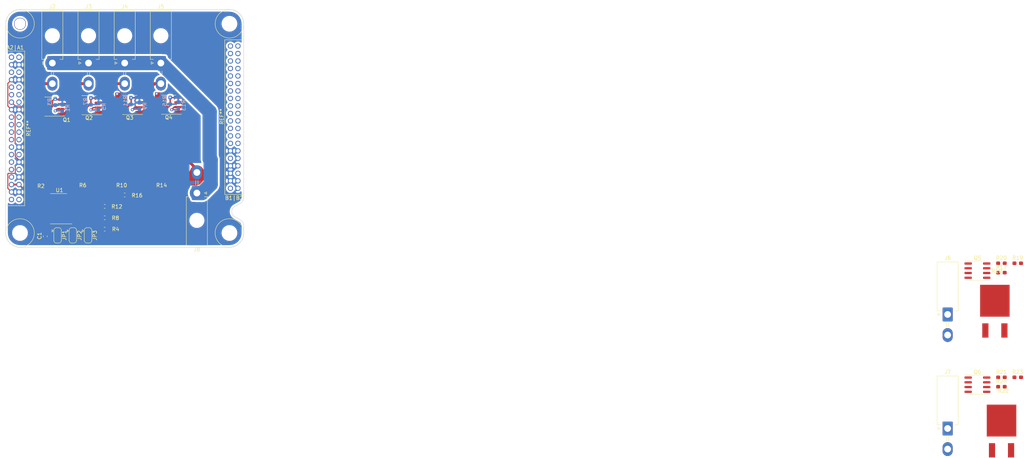
<source format=kicad_pcb>
(kicad_pcb (version 20171130) (host pcbnew 5.1.6-c6e7f7d~86~ubuntu20.04.1)
  (layers (0 F.Cu signal) (31 B.Cu signal) (34 B.Paste user) (35 F.Paste user) (36 B.SilkS user) (37 F.SilkS user) (38 B.Mask user) (39 F.Mask user) (44 Edge.Cuts user))
  (net 0 "")
  (net 1 GND)
  (net 2 "Net-(J1-PadB18)")
  (net 3 /CAS_bus/SPIHS_SCK)
  (net 4 "Net-(J1-PadB31)")
  (net 5 /CAS_bus/SPIHS_MISO)
  (net 6 "Net-(J1-PadB35)")
  (net 7 "Net-(J1-PadB20)")
  (net 8 "Net-(J1-PadB39)")
  (net 9 /CAS_bus/SPIHS_nSS2)
  (net 10 "Net-(J1-PadB15)")
  (net 11 "Net-(J1-PadB23)")
  (net 12 "Net-(J1-PadB27)")
  (net 13 "Net-(J1-PadB22)")
  (net 14 "Net-(J1-PadB32)")
  (net 15 "Net-(J1-PadB33)")
  (net 16 "Net-(J1-PadB24)")
  (net 17 "Net-(J1-PadB34)")
  (net 18 "Net-(J1-PadB25)")
  (net 19 /CAS_bus/SPIHS_nSS1)
  (net 20 /CAS_bus/SPIHS_MOSI)
  (net 21 "Net-(J1-PadB16)")
  (net 22 "Net-(J1-PadB26)")
  (net 23 "Net-(J1-PadB19)")
  (net 24 "Net-(J1-PadB29)")
  (net 25 "Net-(J1-PadB37)")
  (net 26 "Net-(J1-PadB30)")
  (net 27 "Net-(J1-PadB36)")
  (net 28 "Net-(J1-PadB38)")
  (net 29 "Net-(J1-PadB17)")
  (net 30 "Net-(J1-PadB21)")
  (net 31 "Net-(J1-PadB40)")
  (net 32 "Net-(J1-PadB28)")
  (net 33 /CAS_bus/I2C1_SDA)
  (net 34 /CAS_bus/INT1)
  (net 35 /CAS_bus/SPI0_MOSI)
  (net 36 +5V)
  (net 37 /CAS_bus/INT6)
  (net 38 +3V3)
  (net 39 /CAS_bus/INT8)
  (net 40 /CAS_bus/INT4)
  (net 41 +BATT)
  (net 42 /CAS_bus/I2C0_SDA)
  (net 43 /CAS_bus/INT2)
  (net 44 /CAS_bus/SPI0_SCK)
  (net 45 /CAS_bus/SPI0_MISO)
  (net 46 /CAS_bus/SPI0_nSS2)
  (net 47 /CAS_bus/SPI0_nSS7)
  (net 48 /CAS_bus/SPI0_nSS3)
  (net 49 /CAS_bus/SPI0_nSS8)
  (net 50 /CAS_bus/I2C0_SCL)
  (net 51 /CAS_bus/INT3)
  (net 52 /CAS_bus/SPI0_nSS4)
  (net 53 /CAS_bus/INT7)
  (net 54 /CAS_bus/SPI0_nSS6)
  (net 55 /CAS_bus/I2C1_SCL)
  (net 56 /CAS_bus/INT5)
  (net 57 /CAS_bus/SPI0_nSS1)
  (net 58 /CAS_bus/SPI0_nSS5)
  (net 59 "Net-(J2-Pad2)")
  (net 60 "Net-(J3-Pad2)")
  (net 61 "Net-(J4-Pad2)")
  (net 62 "Net-(J5-Pad2)")
  (net 63 "Net-(J6-Pad2)")
  (net 64 "Net-(J7-Pad2)")
  (net 65 "Net-(Q1-Pad4)")
  (net 66 "Net-(Q2-Pad4)")
  (net 67 "Net-(Q3-Pad4)")
  (net 68 "Net-(Q4-Pad4)")
  (net 69 "Net-(Q5-Pad4)")
  (net 70 "Net-(Q6-Pad4)")
  (net 71 "Net-(U1-Pad20)")
  (net 72 "Net-(U1-Pad19)")
  (net 73 "Net-(U1-Pad18)")
  (net 74 "Net-(U1-Pad17)")
  (net 75 "Net-(U1-Pad1)")
  (net 76 /A0)
  (net 77 /A1)
  (net 78 /A2)
  (net 79 /~contA~)
  (net 80 /igniteA)
  (net 81 /~contB~)
  (net 82 /igniteB)
  (net 83 /~contC~)
  (net 84 /igniteC)
  (net 85 /~contD~)
  (net 86 /igniteD)
  (net 87 /~contE~)
  (net 88 /igniteE)
  (net 89 /~igniteF~)
  (net 90 /igniteF)
  (module Package_SO:TSSOP-24_4.4x7.8mm_P0.65mm (layer F.Cu) (at 66.167 96.393 180)
    (fp_text reference U1 (at -0.254 4.953) (layer F.SilkS))
    (fp_text value TCA9555PWR)
    (pad 24 smd roundrect (at 2.8625 -3.575 180) (size 1.475 0.4) (layers F.Cu F.Paste F.Mask) (net 38 +3V3))
    (pad 23 smd roundrect (at 2.8625 -2.925 180) (size 1.475 0.4) (layers F.Cu F.Paste F.Mask) (net 42 /CAS_bus/I2C0_SDA))
    (pad 22 smd roundrect (at 2.8625 -2.275 180) (size 1.475 0.4) (layers F.Cu F.Paste F.Mask) (net 50 /CAS_bus/I2C0_SCL))
    (pad 21 smd roundrect (at 2.8625 -1.625 180) (size 1.475 0.4) (layers F.Cu F.Paste F.Mask) (net 76 /A0))
    (pad 20 smd roundrect (at 2.8625 -0.975 180) (size 1.475 0.4) (layers F.Cu F.Paste F.Mask) (net 71 "Net-(U1-Pad20)"))
    (pad 19 smd roundrect (at 2.8625 -0.325 180) (size 1.475 0.4) (layers F.Cu F.Paste F.Mask) (net 72 "Net-(U1-Pad19)"))
    (pad 18 smd roundrect (at 2.8625 0.325 180) (size 1.475 0.4) (layers F.Cu F.Paste F.Mask) (net 73 "Net-(U1-Pad18)"))
    (pad 17 smd roundrect (at 2.8625 0.975 180) (size 1.475 0.4) (layers F.Cu F.Paste F.Mask) (net 74 "Net-(U1-Pad17)"))
    (pad 16 smd roundrect (at 2.8625 1.625 180) (size 1.475 0.4) (layers F.Cu F.Paste F.Mask) (net 89 /~igniteF~))
    (pad 15 smd roundrect (at 2.8625 2.275 180) (size 1.475 0.4) (layers F.Cu F.Paste F.Mask) (net 90 /igniteF))
    (pad 14 smd roundrect (at 2.8625 2.925 180) (size 1.475 0.4) (layers F.Cu F.Paste F.Mask) (net 87 /~contE~))
    (pad 13 smd roundrect (at 2.8625 3.575 180) (size 1.475 0.4) (layers F.Cu F.Paste F.Mask) (net 88 /igniteE))
    (pad 12 smd roundrect (at -2.8625 3.575 180) (size 1.475 0.4) (layers F.Cu F.Paste F.Mask) (net 1 GND))
    (pad 11 smd roundrect (at -2.8625 2.925 180) (size 1.475 0.4) (layers F.Cu F.Paste F.Mask) (net 85 /~contD~))
    (pad 10 smd roundrect (at -2.8625 2.275 180) (size 1.475 0.4) (layers F.Cu F.Paste F.Mask) (net 86 /igniteD))
    (pad 9 smd roundrect (at -2.8625 1.625 180) (size 1.475 0.4) (layers F.Cu F.Paste F.Mask) (net 83 /~contC~))
    (pad 8 smd roundrect (at -2.8625 0.975 180) (size 1.475 0.4) (layers F.Cu F.Paste F.Mask) (net 84 /igniteC))
    (pad 7 smd roundrect (at -2.8625 0.325 180) (size 1.475 0.4) (layers F.Cu F.Paste F.Mask) (net 81 /~contB~))
    (pad 6 smd roundrect (at -2.8625 -0.325 180) (size 1.475 0.4) (layers F.Cu F.Paste F.Mask) (net 82 /igniteB))
    (pad 5 smd roundrect (at -2.8625 -0.975 180) (size 1.475 0.4) (layers F.Cu F.Paste F.Mask) (net 79 /~contA~))
    (pad 4 smd roundrect (at -2.8625 -1.625 180) (size 1.475 0.4) (layers F.Cu F.Paste F.Mask) (net 80 /igniteA))
    (pad 3 smd roundrect (at -2.8625 -2.275 180) (size 1.475 0.4) (layers F.Cu F.Paste F.Mask) (net 78 /A2))
    (pad 2 smd roundrect (at -2.8625 -2.925 180) (size 1.475 0.4) (layers F.Cu F.Paste F.Mask) (net 77 /A1))
    (pad 1 smd roundrect (at -2.8625 -3.575 180) (size 1.475 0.4) (layers F.Cu F.Paste F.Mask) (net 75 "Net-(U1-Pad1)"))
  )
  (module star-common-lib:CAS_physical (layer F.Cu) (at 52.07 43.18)
    (fp_text reference J1 hide)
    (fp_text value CAS_stacking)
    (fp_line (start 61.11875 55.349816) (end 62.581693 56.194446) (layer Edge.Cuts) (width 0.12))
    (fp_line (start 61.118751 52.600185) (end 62.581694 51.755555) (layer Edge.Cuts) (width 0.12))
    (fp_line (start 63.5 57.785) (end 63.5 59.69) (layer Edge.Cuts) (width 0.12))
    (fp_line (start 0 59.69) (end 0 3.81) (layer Edge.Cuts) (width 0.12))
    (fp_line (start 59.69 63.5) (end 3.81 63.5) (layer Edge.Cuts) (width 0.12))
    (fp_line (start 63.5 3.81) (end 63.5 50.165) (layer Edge.Cuts) (width 0.12))
    (fp_line (start 3.81 0) (end 59.69 0) (layer Edge.Cuts) (width 0.12))
    (fp_arc (start 61.9125 53.975) (end 61.118751 52.600185) (angle -120) (layer Edge.Cuts) (width 0.12))
    (fp_arc (start 61.663387 57.785) (end 63.5 57.785) (angle -60) (layer Edge.Cuts) (width 0.12))
    (fp_arc (start 61.663386 50.165) (end 62.581693 51.755554) (angle -60) (layer Edge.Cuts) (width 0.12))
    (fp_text user B1|B2 (at 60.96 50.34) (layer F.SilkS))
    (fp_text user A2|A1 (at 2.54 10.16) (layer F.SilkS))
    (fp_arc (start 3.81 59.69) (end 0 59.69) (angle -90) (layer Edge.Cuts) (width 0.12))
    (fp_arc (start 59.69 59.69) (end 59.69 63.5) (angle -90) (layer Edge.Cuts) (width 0.12))
    (fp_arc (start 59.69 3.81) (end 63.5 3.81) (angle -90) (layer Edge.Cuts) (width 0.12))
    (fp_arc (start 3.81 3.81) (end 3.81 0) (angle -90) (layer Edge.Cuts) (width 0.12))
    (fp_text user REF** (at 57.658 28.575 270) (layer F.SilkS))
    (fp_text user REF** (at 6.096 31.75 90) (layer F.SilkS))
    (pad "" np_thru_hole circle (at 59.69 3.81) (size 3.175 3.175) (drill 3.175) (layers *.Cu *.Mask))
    (pad "" np_thru_hole circle (at 59.69 59.69) (size 3.175 3.175) (drill 3.175) (layers *.Cu *.Mask))
    (pad "" np_thru_hole circle (at 3.81 59.69) (size 3.175 3.175) (drill 3.175) (layers *.Cu *.Mask))
    (pad "" np_thru_hole circle (at 3.81 3.81) (size 3.175 3.175) (drill 2.9464) (layers *.Cu *.Mask))
    (pad B8 thru_hole circle (at 61.96 41.75 270) (size 1.397 1.397) (drill 0.9144) (layers *.Cu *.Mask) (net 1 GND))
    (pad B18 thru_hole circle (at 61.96 31.75 270) (size 1.397 1.397) (drill 0.9144) (layers *.Cu *.Mask) (net 2 "Net-(J1-PadB18)"))
    (pad B1 thru_hole circle (at 59.96 47.75 270) (size 1.397 1.397) (drill 0.9144) (layers *.Cu *.Mask) (net 3 /CAS_bus/SPIHS_SCK))
    (pad B31 thru_hole circle (at 59.96 17.75 270) (size 1.397 1.397) (drill 0.9144) (layers *.Cu *.Mask) (net 4 "Net-(J1-PadB31)"))
    (pad B6 thru_hole circle (at 61.96 43.75 270) (size 1.397 1.397) (drill 0.9144) (layers *.Cu *.Mask) (net 5 /CAS_bus/SPIHS_MISO))
    (pad B3 thru_hole circle (at 59.96 45.75 270) (size 1.397 1.397) (drill 0.9144) (layers *.Cu *.Mask) (net 1 GND))
    (pad B12 thru_hole circle (at 61.96 37.75 270) (size 1.397 1.397) (drill 0.9144) (layers *.Cu *.Mask) (net 1 GND))
    (pad B35 thru_hole circle (at 59.96 13.7501 270) (size 1.397 1.397) (drill 0.9144) (layers *.Cu *.Mask) (net 6 "Net-(J1-PadB35)"))
    (pad B4 thru_hole circle (at 61.96 45.75 270) (size 1.397 1.397) (drill 0.9144) (layers *.Cu *.Mask) (net 1 GND))
    (pad B20 thru_hole circle (at 61.96 29.75 270) (size 1.397 1.397) (drill 0.9144) (layers *.Cu *.Mask) (net 7 "Net-(J1-PadB20)"))
    (pad B7 thru_hole circle (at 59.96 41.75 270) (size 1.397 1.397) (drill 0.9144) (layers *.Cu *.Mask) (net 1 GND))
    (pad B10 thru_hole circle (at 61.96 39.75 270) (size 1.397 1.397) (drill 0.9144) (layers *.Cu *.Mask) (net 1 GND))
    (pad B39 thru_hole circle (at 59.96 9.7501 270) (size 1.397 1.397) (drill 0.9144) (layers *.Cu *.Mask) (net 8 "Net-(J1-PadB39)"))
    (pad B14 thru_hole circle (at 61.96 35.75 270) (size 1.397 1.397) (drill 0.9144) (layers *.Cu *.Mask) (net 9 /CAS_bus/SPIHS_nSS2))
    (pad B15 thru_hole circle (at 59.96 33.75 270) (size 1.397 1.397) (drill 0.9144) (layers *.Cu *.Mask) (net 10 "Net-(J1-PadB15)"))
    (pad B2 thru_hole circle (at 61.96 47.75 270) (size 1.397 1.397) (drill 0.9144) (layers *.Cu *.Mask) (net 1 GND))
    (pad B23 thru_hole circle (at 59.96 25.75 270) (size 1.397 1.397) (drill 0.9144) (layers *.Cu *.Mask) (net 11 "Net-(J1-PadB23)"))
    (pad B27 thru_hole circle (at 59.96 21.75 270) (size 1.397 1.397) (drill 0.9144) (layers *.Cu *.Mask) (net 12 "Net-(J1-PadB27)"))
    (pad B22 thru_hole circle (at 61.96 27.75 270) (size 1.397 1.397) (drill 0.9144) (layers *.Cu *.Mask) (net 13 "Net-(J1-PadB22)"))
    (pad B32 thru_hole circle (at 61.96 17.75 270) (size 1.397 1.397) (drill 0.9144) (layers *.Cu *.Mask) (net 14 "Net-(J1-PadB32)"))
    (pad B33 thru_hole circle (at 59.96 15.7501 270) (size 1.397 1.397) (drill 0.9144) (layers *.Cu *.Mask) (net 15 "Net-(J1-PadB33)"))
    (pad B24 thru_hole circle (at 61.96 25.75 270) (size 1.397 1.397) (drill 0.9144) (layers *.Cu *.Mask) (net 16 "Net-(J1-PadB24)"))
    (pad B34 thru_hole circle (at 61.96 15.7501 270) (size 1.397 1.397) (drill 0.9144) (layers *.Cu *.Mask) (net 17 "Net-(J1-PadB34)"))
    (pad B25 thru_hole circle (at 59.96 23.75 270) (size 1.397 1.397) (drill 0.9144) (layers *.Cu *.Mask) (net 18 "Net-(J1-PadB25)"))
    (pad B13 thru_hole circle (at 59.96 35.75 270) (size 1.397 1.397) (drill 0.9144) (layers *.Cu *.Mask) (net 19 /CAS_bus/SPIHS_nSS1))
    (pad B9 thru_hole circle (at 59.96 39.75 270) (size 1.397 1.397) (drill 0.9144) (layers *.Cu *.Mask) (net 20 /CAS_bus/SPIHS_MOSI))
    (pad B16 thru_hole circle (at 61.96 33.75 270) (size 1.397 1.397) (drill 0.9144) (layers *.Cu *.Mask) (net 21 "Net-(J1-PadB16)"))
    (pad B26 thru_hole circle (at 61.96 23.75 270) (size 1.397 1.397) (drill 0.9144) (layers *.Cu *.Mask) (net 22 "Net-(J1-PadB26)"))
    (pad B19 thru_hole circle (at 59.96 29.75 270) (size 1.397 1.397) (drill 0.9144) (layers *.Cu *.Mask) (net 23 "Net-(J1-PadB19)"))
    (pad B29 thru_hole circle (at 59.96 19.75 270) (size 1.397 1.397) (drill 0.9144) (layers *.Cu *.Mask) (net 24 "Net-(J1-PadB29)"))
    (pad B37 thru_hole circle (at 59.96 11.7501 270) (size 1.397 1.397) (drill 0.9144) (layers *.Cu *.Mask) (net 25 "Net-(J1-PadB37)"))
    (pad B30 thru_hole circle (at 61.96 19.75 270) (size 1.397 1.397) (drill 0.9144) (layers *.Cu *.Mask) (net 26 "Net-(J1-PadB30)"))
    (pad B36 thru_hole circle (at 61.96 13.7501 270) (size 1.397 1.397) (drill 0.9144) (layers *.Cu *.Mask) (net 27 "Net-(J1-PadB36)"))
    (pad B38 thru_hole circle (at 61.96 11.7501 270) (size 1.397 1.397) (drill 0.9144) (layers *.Cu *.Mask) (net 28 "Net-(J1-PadB38)"))
    (pad B17 thru_hole circle (at 59.96 31.75 270) (size 1.397 1.397) (drill 0.9144) (layers *.Cu *.Mask) (net 29 "Net-(J1-PadB17)"))
    (pad B5 thru_hole circle (at 59.96 43.75 270) (size 1.397 1.397) (drill 0.9144) (layers *.Cu *.Mask) (net 1 GND))
    (pad B11 thru_hole circle (at 59.96 37.75 270) (size 1.397 1.397) (drill 0.9144) (layers *.Cu *.Mask) (net 1 GND))
    (pad B21 thru_hole circle (at 59.96 27.75 270) (size 1.397 1.397) (drill 0.9144) (layers *.Cu *.Mask) (net 30 "Net-(J1-PadB21)"))
    (pad B40 thru_hole circle (at 61.96 9.7501 270) (size 1.397 1.397) (drill 0.9144) (layers *.Cu *.Mask) (net 31 "Net-(J1-PadB40)"))
    (pad B28 thru_hole circle (at 61.96 21.75 270) (size 1.397 1.397) (drill 0.9144) (layers *.Cu *.Mask) (net 32 "Net-(J1-PadB28)"))
    (pad A8 thru_hole circle (at 1.54 18.75 90) (size 1.397 1.397) (drill 0.9144) (layers *.Cu *.Mask) (net 1 GND))
    (pad A18 thru_hole circle (at 1.54 28.75 90) (size 1.397 1.397) (drill 0.9144) (layers *.Cu *.Mask) (net 33 /CAS_bus/I2C1_SDA))
    (pad A1 thru_hole circle (at 3.54 12.75 90) (size 1.397 1.397) (drill 0.9144) (layers *.Cu *.Mask) (net 34 /CAS_bus/INT1))
    (pad A31 thru_hole circle (at 3.54 42.75 90) (size 1.397 1.397) (drill 0.9144) (layers *.Cu *.Mask) (net 35 /CAS_bus/SPI0_MOSI))
    (pad A6 thru_hole circle (at 1.54 16.75 90) (size 1.397 1.397) (drill 0.9144) (layers *.Cu *.Mask) (net 36 +5V))
    (pad A3 thru_hole circle (at 3.54 14.75 90) (size 1.397 1.397) (drill 0.9144) (layers *.Cu *.Mask) (net 1 GND))
    (pad A12 thru_hole circle (at 1.54 22.75 90) (size 1.397 1.397) (drill 0.9144) (layers *.Cu *.Mask) (net 37 /CAS_bus/INT6))
    (pad A35 thru_hole circle (at 3.54 46.7499 90) (size 1.397 1.397) (drill 0.9144) (layers *.Cu *.Mask) (net 38 +3V3))
    (pad A4 thru_hole circle (at 1.54 14.75 90) (size 1.397 1.397) (drill 0.9144) (layers *.Cu *.Mask) (net 1 GND))
    (pad A20 thru_hole circle (at 1.54 30.75 90) (size 1.397 1.397) (drill 0.9144) (layers *.Cu *.Mask) (net 39 /CAS_bus/INT8))
    (pad A7 thru_hole circle (at 3.54 18.75 90) (size 1.397 1.397) (drill 0.9144) (layers *.Cu *.Mask) (net 1 GND))
    (pad A10 thru_hole circle (at 1.54 20.75 90) (size 1.397 1.397) (drill 0.9144) (layers *.Cu *.Mask) (net 40 /CAS_bus/INT4))
    (pad A39 thru_hole circle (at 3.54 50.7499 90) (size 1.397 1.397) (drill 0.9144) (layers *.Cu *.Mask) (net 41 +BATT))
    (pad A14 thru_hole circle (at 1.54 24.75 90) (size 1.397 1.397) (drill 0.9144) (layers *.Cu *.Mask) (net 42 /CAS_bus/I2C0_SDA))
    (pad A15 thru_hole circle (at 3.54 26.75 90) (size 1.397 1.397) (drill 0.9144) (layers *.Cu *.Mask) (net 1 GND))
    (pad A2 thru_hole circle (at 1.54 12.75 90) (size 1.397 1.397) (drill 0.9144) (layers *.Cu *.Mask) (net 43 /CAS_bus/INT2))
    (pad A23 thru_hole circle (at 3.54 34.75 90) (size 1.397 1.397) (drill 0.9144) (layers *.Cu *.Mask) (net 44 /CAS_bus/SPI0_SCK))
    (pad A27 thru_hole circle (at 3.54 38.75 90) (size 1.397 1.397) (drill 0.9144) (layers *.Cu *.Mask) (net 45 /CAS_bus/SPI0_MISO))
    (pad A22 thru_hole circle (at 1.54 32.75 90) (size 1.397 1.397) (drill 0.9144) (layers *.Cu *.Mask) (net 46 /CAS_bus/SPI0_nSS2))
    (pad A32 thru_hole circle (at 1.54 42.75 90) (size 1.397 1.397) (drill 0.9144) (layers *.Cu *.Mask) (net 47 /CAS_bus/SPI0_nSS7))
    (pad A33 thru_hole circle (at 3.54 44.7499 90) (size 1.397 1.397) (drill 0.9144) (layers *.Cu *.Mask) (net 1 GND))
    (pad A24 thru_hole circle (at 1.54 34.75 90) (size 1.397 1.397) (drill 0.9144) (layers *.Cu *.Mask) (net 48 /CAS_bus/SPI0_nSS3))
    (pad A34 thru_hole circle (at 1.54 44.7499 90) (size 1.397 1.397) (drill 0.9144) (layers *.Cu *.Mask) (net 49 /CAS_bus/SPI0_nSS8))
    (pad A25 thru_hole circle (at 3.54 36.75 90) (size 1.397 1.397) (drill 0.9144) (layers *.Cu *.Mask) (net 1 GND))
    (pad A13 thru_hole circle (at 3.54 24.75 90) (size 1.397 1.397) (drill 0.9144) (layers *.Cu *.Mask) (net 50 /CAS_bus/I2C0_SCL))
    (pad A9 thru_hole circle (at 3.54 20.75 90) (size 1.397 1.397) (drill 0.9144) (layers *.Cu *.Mask) (net 51 /CAS_bus/INT3))
    (pad A16 thru_hole circle (at 1.54 26.75 90) (size 1.397 1.397) (drill 0.9144) (layers *.Cu *.Mask) (net 1 GND))
    (pad A26 thru_hole circle (at 1.54 36.75 90) (size 1.397 1.397) (drill 0.9144) (layers *.Cu *.Mask) (net 52 /CAS_bus/SPI0_nSS4))
    (pad A19 thru_hole circle (at 3.54 30.75 90) (size 1.397 1.397) (drill 0.9144) (layers *.Cu *.Mask) (net 53 /CAS_bus/INT7))
    (pad A29 thru_hole circle (at 3.54 40.75 90) (size 1.397 1.397) (drill 0.9144) (layers *.Cu *.Mask) (net 1 GND))
    (pad A37 thru_hole circle (at 3.54 48.7499 90) (size 1.397 1.397) (drill 0.9144) (layers *.Cu *.Mask) (net 1 GND))
    (pad A30 thru_hole circle (at 1.54 40.75 90) (size 1.397 1.397) (drill 0.9144) (layers *.Cu *.Mask) (net 54 /CAS_bus/SPI0_nSS6))
    (pad A36 thru_hole circle (at 1.54 46.7499 90) (size 1.397 1.397) (drill 0.9144) (layers *.Cu *.Mask) (net 38 +3V3))
    (pad A38 thru_hole circle (at 1.54 48.7499 90) (size 1.397 1.397) (drill 0.9144) (layers *.Cu *.Mask) (net 1 GND))
    (pad A17 thru_hole circle (at 3.54 28.75 90) (size 1.397 1.397) (drill 0.9144) (layers *.Cu *.Mask) (net 55 /CAS_bus/I2C1_SCL))
    (pad A5 thru_hole circle (at 3.54 16.75 90) (size 1.397 1.397) (drill 0.9144) (layers *.Cu *.Mask) (net 36 +5V))
    (pad A11 thru_hole circle (at 3.54 22.75 90) (size 1.397 1.397) (drill 0.9144) (layers *.Cu *.Mask) (net 56 /CAS_bus/INT5))
    (pad A21 thru_hole circle (at 3.54 32.75 90) (size 1.397 1.397) (drill 0.9144) (layers *.Cu *.Mask) (net 57 /CAS_bus/SPI0_nSS1))
    (pad A40 thru_hole circle (at 1.54 50.7499 90) (size 1.397 1.397) (drill 0.9144) (layers *.Cu *.Mask) (net 41 +BATT))
    (pad A28 thru_hole circle (at 1.54 38.75 90) (size 1.397 1.397) (drill 0.9144) (layers *.Cu *.Mask) (net 58 /CAS_bus/SPI0_nSS5))
  )
  (module Resistor_SMD:R_0603_1608Metric_Pad1.05x0.95mm_HandSolder (layer F.Cu) (at 83.82 92.71 180)
    (fp_text reference R16 (at -3.302 -0.127) (layer F.SilkS))
    (fp_text value R)
    (pad 2 smd roundrect (at 0.875 0 180) (size 1.05 0.95) (layers F.Cu F.Paste F.Mask) (net 85 /~contD~))
    (pad 1 smd roundrect (at -0.875 0 180) (size 1.05 0.95) (layers F.Cu F.Paste F.Mask) (net 38 +3V3))
  )
  (module Package_SO:SOIC-8_3.9x4.9mm_P1.27mm (layer F.Cu) (at 64.389 69.1134 180)
    (fp_text reference Q1 (at -3.937 -3.556) (layer F.SilkS))
    (fp_text value FDS6898A)
    (pad 8 smd roundrect (at 2.475 -1.905 180) (size 1.95 0.6) (layers F.Cu F.Paste F.Mask) (net 65 "Net-(Q1-Pad4)"))
    (pad 7 smd roundrect (at 2.475 -0.635 180) (size 1.95 0.6) (layers F.Cu F.Paste F.Mask) (net 65 "Net-(Q1-Pad4)"))
    (pad 6 smd roundrect (at 2.475 0.635 180) (size 1.95 0.6) (layers F.Cu F.Paste F.Mask) (net 79 /~contA~))
    (pad 5 smd roundrect (at 2.475 1.905 180) (size 1.95 0.6) (layers F.Cu F.Paste F.Mask) (net 79 /~contA~))
    (pad 4 smd roundrect (at -2.475 1.905 180) (size 1.95 0.6) (layers F.Cu F.Paste F.Mask) (net 65 "Net-(Q1-Pad4)"))
    (pad 3 smd roundrect (at -2.475 0.635 180) (size 1.95 0.6) (layers F.Cu F.Paste F.Mask) (net 1 GND))
    (pad 2 smd roundrect (at -2.475 -0.635 180) (size 1.95 0.6) (layers F.Cu F.Paste F.Mask) (net 80 /igniteA))
    (pad 1 smd roundrect (at -2.475 -1.905 180) (size 1.95 0.6) (layers F.Cu F.Paste F.Mask) (net 1 GND))
  )
  (module Capacitor_SMD:C_0603_1608Metric_Pad1.05x0.95mm_HandSolder (layer F.Cu) (at 62.611 103.759 270)
    (fp_text reference C1 (at -0.127 1.524 90) (layer F.SilkS))
    (fp_text value 100nF)
    (pad 2 smd roundrect (at 0.875 0 270) (size 1.05 0.95) (layers F.Cu F.Paste F.Mask) (net 1 GND))
    (pad 1 smd roundrect (at -0.875 0 270) (size 1.05 0.95) (layers F.Cu F.Paste F.Mask) (net 38 +3V3))
  )
  (module star-common-lib:PWR163 (layer F.Cu) (at 317.754 157.226)
    (fp_text reference R22 (at 0.508 -12.192) (layer F.SilkS))
    (fp_text value R)
    (pad 1 smd rect (at 2.54 3.683) (size 1.651 3.81) (layers F.Cu F.Paste F.Mask) (net 64 "Net-(J7-Pad2)"))
    (pad 2 smd rect (at -2.54 3.683) (size 1.651 3.81) (layers F.Cu F.Paste F.Mask) (net 70 "Net-(Q6-Pad4)"))
    (pad "" smd rect (at 0 -4.2545) (size 7.874 8.509) (layers F.Cu F.Paste F.Mask))
  )
  (module star-common-lib:PWR163 (layer F.Cu) (at 315.976 125.222)
    (fp_text reference R18 (at 0.508 -12.192) (layer F.SilkS))
    (fp_text value R)
    (pad 1 smd rect (at 2.54 3.683) (size 1.651 3.81) (layers F.Cu F.Paste F.Mask) (net 63 "Net-(J6-Pad2)"))
    (pad 2 smd rect (at -2.54 3.683) (size 1.651 3.81) (layers F.Cu F.Paste F.Mask) (net 69 "Net-(Q5-Pad4)"))
    (pad "" smd rect (at 0 -4.2545) (size 7.874 8.509) (layers F.Cu F.Paste F.Mask))
  )
  (module star-common-lib:PWR163 (layer F.Cu) (at 94.1705 77.9399 180)
    (fp_text reference R14 (at 0.508 -12.192) (layer F.SilkS))
    (fp_text value R)
    (pad 1 smd rect (at 2.54 3.683 180) (size 1.651 3.81) (layers F.Cu F.Paste F.Mask) (net 62 "Net-(J5-Pad2)"))
    (pad 2 smd rect (at -2.54 3.683 180) (size 1.651 3.81) (layers F.Cu F.Paste F.Mask) (net 68 "Net-(Q4-Pad4)"))
    (pad "" smd rect (at 0 -4.2545 180) (size 7.874 8.509) (layers F.Cu F.Paste F.Mask))
  )
  (module star-common-lib:PWR163 (layer F.Cu) (at 83.5025 77.9399 180)
    (fp_text reference R10 (at 0.508 -12.192) (layer F.SilkS))
    (fp_text value R)
    (pad 1 smd rect (at 2.54 3.683 180) (size 1.651 3.81) (layers F.Cu F.Paste F.Mask) (net 61 "Net-(J4-Pad2)"))
    (pad 2 smd rect (at -2.54 3.683 180) (size 1.651 3.81) (layers F.Cu F.Paste F.Mask) (net 67 "Net-(Q3-Pad4)"))
    (pad "" smd rect (at 0 -4.2545 180) (size 7.874 8.509) (layers F.Cu F.Paste F.Mask))
  )
  (module star-common-lib:PWR163 (layer F.Cu) (at 73.152 77.9399 180)
    (fp_text reference R6 (at 0.508 -12.192) (layer F.SilkS))
    (fp_text value R)
    (pad 1 smd rect (at 2.54 3.683 180) (size 1.651 3.81) (layers F.Cu F.Paste F.Mask) (net 60 "Net-(J3-Pad2)"))
    (pad 2 smd rect (at -2.54 3.683 180) (size 1.651 3.81) (layers F.Cu F.Paste F.Mask) (net 66 "Net-(Q2-Pad4)"))
    (pad "" smd rect (at 0 -4.2545 180) (size 7.874 8.509) (layers F.Cu F.Paste F.Mask))
  )
  (module star-common-lib:PWR163 (layer F.Cu) (at 61.976 78.1304 180)
    (fp_text reference R2 (at 0.508 -12.192) (layer F.SilkS))
    (fp_text value R)
    (pad 1 smd rect (at 2.54 3.683 180) (size 1.651 3.81) (layers F.Cu F.Paste F.Mask) (net 59 "Net-(J2-Pad2)"))
    (pad 2 smd rect (at -2.54 3.683 180) (size 1.651 3.81) (layers F.Cu F.Paste F.Mask) (net 65 "Net-(Q1-Pad4)"))
    (pad "" smd rect (at 0 -4.2545 180) (size 7.874 8.509) (layers F.Cu F.Paste F.Mask))
  )
  (module Resistor_SMD:R_0603_1608Metric_Pad1.05x0.95mm_HandSolder (layer F.Cu) (at 317.725001 143.925001)
    (fp_text reference R24 (at 0 -1.43) (layer F.SilkS))
    (fp_text value R)
    (pad 2 smd roundrect (at 0.875 0) (size 1.05 0.95) (layers F.Cu F.Paste F.Mask) (net 89 /~igniteF~))
    (pad 1 smd roundrect (at -0.875 0) (size 1.05 0.95) (layers F.Cu F.Paste F.Mask) (net 38 +3V3))
  )
  (module Resistor_SMD:R_0603_1608Metric_Pad1.05x0.95mm_HandSolder (layer F.Cu) (at 322.075001 141.415001)
    (fp_text reference R23 (at 0 -1.43) (layer F.SilkS))
    (fp_text value R)
    (pad 2 smd roundrect (at 0.875 0) (size 1.05 0.95) (layers F.Cu F.Paste F.Mask) (net 1 GND))
    (pad 1 smd roundrect (at -0.875 0) (size 1.05 0.95) (layers F.Cu F.Paste F.Mask) (net 70 "Net-(Q6-Pad4)"))
  )
  (module Resistor_SMD:R_0603_1608Metric_Pad1.05x0.95mm_HandSolder (layer F.Cu) (at 317.725001 141.415001)
    (fp_text reference R21 (at 0 -1.43) (layer F.SilkS))
    (fp_text value R)
    (pad 2 smd roundrect (at 0.875 0) (size 1.05 0.95) (layers F.Cu F.Paste F.Mask) (net 1 GND))
    (pad 1 smd roundrect (at -0.875 0) (size 1.05 0.95) (layers F.Cu F.Paste F.Mask) (net 90 /igniteF))
  )
  (module Resistor_SMD:R_0603_1608Metric_Pad1.05x0.95mm_HandSolder (layer F.Cu) (at 317.725001 110.955001)
    (fp_text reference R20 (at 0 -1.43) (layer F.SilkS))
    (fp_text value R)
    (pad 2 smd roundrect (at 0.875 0) (size 1.05 0.95) (layers F.Cu F.Paste F.Mask) (net 87 /~contE~))
    (pad 1 smd roundrect (at -0.875 0) (size 1.05 0.95) (layers F.Cu F.Paste F.Mask) (net 38 +3V3))
  )
  (module Resistor_SMD:R_0603_1608Metric_Pad1.05x0.95mm_HandSolder (layer F.Cu) (at 322.075001 110.955001)
    (fp_text reference R19 (at 0 -1.43) (layer F.SilkS))
    (fp_text value R)
    (pad 2 smd roundrect (at 0.875 0) (size 1.05 0.95) (layers F.Cu F.Paste F.Mask) (net 1 GND))
    (pad 1 smd roundrect (at -0.875 0) (size 1.05 0.95) (layers F.Cu F.Paste F.Mask) (net 69 "Net-(Q5-Pad4)"))
  )
  (module Resistor_SMD:R_0603_1608Metric_Pad1.05x0.95mm_HandSolder (layer F.Cu) (at 317.725001 113.465001)
    (fp_text reference R17 (at 0 -1.43) (layer F.SilkS))
    (fp_text value R)
    (pad 2 smd roundrect (at 0.875 0) (size 1.05 0.95) (layers F.Cu F.Paste F.Mask) (net 1 GND))
    (pad 1 smd roundrect (at -0.875 0) (size 1.05 0.95) (layers F.Cu F.Paste F.Mask) (net 88 /igniteE))
  )
  (module Resistor_SMD:R_0603_1608Metric_Pad1.05x0.95mm_HandSolder (layer B.Cu) (at 95.9485 67.5894 270)
    (fp_text reference R15 (at 0 1.43 270) (layer B.SilkS) (effects (justify mirror)))
    (fp_text value R)
    (pad 2 smd roundrect (at 0.875 0 270) (size 1.05 0.95) (layers B.Cu B.Paste B.Mask) (net 1 GND))
    (pad 1 smd roundrect (at -0.875 0 270) (size 1.05 0.95) (layers B.Cu B.Paste B.Mask) (net 68 "Net-(Q4-Pad4)"))
  )
  (module Resistor_SMD:R_0603_1608Metric_Pad1.05x0.95mm_HandSolder (layer B.Cu) (at 98.1075 68.7959 90)
    (fp_text reference R13 (at 0 1.43 90) (layer B.SilkS) (effects (justify mirror)))
    (fp_text value R)
    (pad 2 smd roundrect (at 0.875 0 90) (size 1.05 0.95) (layers B.Cu B.Paste B.Mask) (net 1 GND))
    (pad 1 smd roundrect (at -0.875 0 90) (size 1.05 0.95) (layers B.Cu B.Paste B.Mask) (net 86 /igniteD))
  )
  (module Resistor_SMD:R_0603_1608Metric_Pad1.05x0.95mm_HandSolder (layer F.Cu) (at 78.486 95.758 180)
    (fp_text reference R12 (at -3.2385 -0.0635) (layer F.SilkS))
    (fp_text value R)
    (pad 2 smd roundrect (at 0.875 0 180) (size 1.05 0.95) (layers F.Cu F.Paste F.Mask) (net 83 /~contC~))
    (pad 1 smd roundrect (at -0.875 0 180) (size 1.05 0.95) (layers F.Cu F.Paste F.Mask) (net 38 +3V3))
  )
  (module Resistor_SMD:R_0603_1608Metric_Pad1.05x0.95mm_HandSolder (layer B.Cu) (at 85.471 67.6389 270)
    (fp_text reference R11 (at 0 1.43 90) (layer B.SilkS) (effects (justify mirror)))
    (fp_text value R)
    (pad 2 smd roundrect (at 0.875 0 270) (size 1.05 0.95) (layers B.Cu B.Paste B.Mask) (net 1 GND))
    (pad 1 smd roundrect (at -0.875 0 270) (size 1.05 0.95) (layers B.Cu B.Paste B.Mask) (net 67 "Net-(Q3-Pad4)"))
  )
  (module Resistor_SMD:R_0603_1608Metric_Pad1.05x0.95mm_HandSolder (layer B.Cu) (at 87.757 68.9229 90)
    (fp_text reference R9 (at 0 1.43 270) (layer B.SilkS) (effects (justify mirror)))
    (fp_text value R)
    (pad 2 smd roundrect (at 0.875 0 90) (size 1.05 0.95) (layers B.Cu B.Paste B.Mask) (net 1 GND))
    (pad 1 smd roundrect (at -0.875 0 90) (size 1.05 0.95) (layers B.Cu B.Paste B.Mask) (net 84 /igniteC))
  )
  (module Resistor_SMD:R_0603_1608Metric_Pad1.05x0.95mm_HandSolder (layer F.Cu) (at 78.486 98.806 180)
    (fp_text reference R8 (at -2.8575 -0.0635) (layer F.SilkS))
    (fp_text value R)
    (pad 2 smd roundrect (at 0.875 0 180) (size 1.05 0.95) (layers F.Cu F.Paste F.Mask) (net 81 /~contB~))
    (pad 1 smd roundrect (at -0.875 0 180) (size 1.05 0.95) (layers F.Cu F.Paste F.Mask) (net 38 +3V3))
  )
  (module Resistor_SMD:R_0603_1608Metric_Pad1.05x0.95mm_HandSolder (layer B.Cu) (at 74.803 67.7024 270)
    (fp_text reference R7 (at 0 1.43 90) (layer B.SilkS) (effects (justify mirror)))
    (fp_text value R)
    (pad 2 smd roundrect (at 0.875 0 270) (size 1.05 0.95) (layers B.Cu B.Paste B.Mask) (net 1 GND))
    (pad 1 smd roundrect (at -0.875 0 270) (size 1.05 0.95) (layers B.Cu B.Paste B.Mask) (net 66 "Net-(Q2-Pad4)"))
  )
  (module Resistor_SMD:R_0603_1608Metric_Pad1.05x0.95mm_HandSolder (layer B.Cu) (at 76.835 69.1134 90)
    (fp_text reference R5 (at 0 1.43 90) (layer B.SilkS) (effects (justify mirror)))
    (fp_text value R)
    (pad 2 smd roundrect (at 0.875 0 90) (size 1.05 0.95) (layers B.Cu B.Paste B.Mask) (net 1 GND))
    (pad 1 smd roundrect (at -0.875 0 90) (size 1.05 0.95) (layers B.Cu B.Paste B.Mask) (net 82 /igniteB))
  )
  (module Resistor_SMD:R_0603_1608Metric_Pad1.05x0.95mm_HandSolder (layer F.Cu) (at 78.486 101.854 180)
    (fp_text reference R4 (at -2.921 0) (layer F.SilkS))
    (fp_text value R)
    (pad 2 smd roundrect (at 0.875 0 180) (size 1.05 0.95) (layers F.Cu F.Paste F.Mask) (net 79 /~contA~))
    (pad 1 smd roundrect (at -0.875 0 180) (size 1.05 0.95) (layers F.Cu F.Paste F.Mask) (net 38 +3V3))
  )
  (module Resistor_SMD:R_0603_1608Metric_Pad1.05x0.95mm_HandSolder (layer B.Cu) (at 65.278 67.8434 270)
    (fp_text reference R3 (at 0 1.43 270) (layer B.SilkS) (effects (justify mirror)))
    (fp_text value R)
    (pad 2 smd roundrect (at 0.875 0 270) (size 1.05 0.95) (layers B.Cu B.Paste B.Mask) (net 1 GND))
    (pad 1 smd roundrect (at -0.875 0 270) (size 1.05 0.95) (layers B.Cu B.Paste B.Mask) (net 65 "Net-(Q1-Pad4)"))
  )
  (module Resistor_SMD:R_0603_1608Metric_Pad1.05x0.95mm_HandSolder (layer B.Cu) (at 67.183 69.4804 90)
    (fp_text reference R1 (at 0 1.43 -90) (layer B.SilkS) (effects (justify mirror)))
    (fp_text value R)
    (pad 2 smd roundrect (at 0.875 0 90) (size 1.05 0.95) (layers B.Cu B.Paste B.Mask) (net 1 GND))
    (pad 1 smd roundrect (at -0.875 0 90) (size 1.05 0.95) (layers B.Cu B.Paste B.Mask) (net 80 /igniteA))
  )
  (module Package_SO:SOIC-8_3.9x4.9mm_P1.27mm (layer F.Cu) (at 311.325001 143.385001)
    (fp_text reference Q6 (at 0 -3.4) (layer F.SilkS))
    (fp_text value FDS6898A)
    (pad 8 smd roundrect (at 2.475 -1.905) (size 1.95 0.6) (layers F.Cu F.Paste F.Mask) (net 70 "Net-(Q6-Pad4)"))
    (pad 7 smd roundrect (at 2.475 -0.635) (size 1.95 0.6) (layers F.Cu F.Paste F.Mask) (net 70 "Net-(Q6-Pad4)"))
    (pad 6 smd roundrect (at 2.475 0.635) (size 1.95 0.6) (layers F.Cu F.Paste F.Mask) (net 89 /~igniteF~))
    (pad 5 smd roundrect (at 2.475 1.905) (size 1.95 0.6) (layers F.Cu F.Paste F.Mask) (net 89 /~igniteF~))
    (pad 4 smd roundrect (at -2.475 1.905) (size 1.95 0.6) (layers F.Cu F.Paste F.Mask) (net 70 "Net-(Q6-Pad4)"))
    (pad 3 smd roundrect (at -2.475 0.635) (size 1.95 0.6) (layers F.Cu F.Paste F.Mask) (net 1 GND))
    (pad 2 smd roundrect (at -2.475 -0.635) (size 1.95 0.6) (layers F.Cu F.Paste F.Mask) (net 90 /igniteF))
    (pad 1 smd roundrect (at -2.475 -1.905) (size 1.95 0.6) (layers F.Cu F.Paste F.Mask) (net 1 GND))
  )
  (module Package_SO:SOIC-8_3.9x4.9mm_P1.27mm (layer F.Cu) (at 311.325001 112.925001)
    (fp_text reference Q5 (at 0 -3.4) (layer F.SilkS))
    (fp_text value FDS6898A)
    (pad 8 smd roundrect (at 2.475 -1.905) (size 1.95 0.6) (layers F.Cu F.Paste F.Mask) (net 69 "Net-(Q5-Pad4)"))
    (pad 7 smd roundrect (at 2.475 -0.635) (size 1.95 0.6) (layers F.Cu F.Paste F.Mask) (net 69 "Net-(Q5-Pad4)"))
    (pad 6 smd roundrect (at 2.475 0.635) (size 1.95 0.6) (layers F.Cu F.Paste F.Mask) (net 87 /~contE~))
    (pad 5 smd roundrect (at 2.475 1.905) (size 1.95 0.6) (layers F.Cu F.Paste F.Mask) (net 87 /~contE~))
    (pad 4 smd roundrect (at -2.475 1.905) (size 1.95 0.6) (layers F.Cu F.Paste F.Mask) (net 69 "Net-(Q5-Pad4)"))
    (pad 3 smd roundrect (at -2.475 0.635) (size 1.95 0.6) (layers F.Cu F.Paste F.Mask) (net 1 GND))
    (pad 2 smd roundrect (at -2.475 -0.635) (size 1.95 0.6) (layers F.Cu F.Paste F.Mask) (net 88 /igniteE))
    (pad 1 smd roundrect (at -2.475 -1.905) (size 1.95 0.6) (layers F.Cu F.Paste F.Mask) (net 1 GND))
  )
  (module Package_SO:SOIC-8_3.9x4.9mm_P1.27mm (layer F.Cu) (at 95.566 68.6054 180)
    (fp_text reference Q4 (at 0 -3.4) (layer F.SilkS))
    (fp_text value FDS6898A)
    (pad 8 smd roundrect (at 2.475 -1.905 180) (size 1.95 0.6) (layers F.Cu F.Paste F.Mask) (net 68 "Net-(Q4-Pad4)"))
    (pad 7 smd roundrect (at 2.475 -0.635 180) (size 1.95 0.6) (layers F.Cu F.Paste F.Mask) (net 68 "Net-(Q4-Pad4)"))
    (pad 6 smd roundrect (at 2.475 0.635 180) (size 1.95 0.6) (layers F.Cu F.Paste F.Mask) (net 85 /~contD~))
    (pad 5 smd roundrect (at 2.475 1.905 180) (size 1.95 0.6) (layers F.Cu F.Paste F.Mask) (net 85 /~contD~))
    (pad 4 smd roundrect (at -2.475 1.905 180) (size 1.95 0.6) (layers F.Cu F.Paste F.Mask) (net 68 "Net-(Q4-Pad4)"))
    (pad 3 smd roundrect (at -2.475 0.635 180) (size 1.95 0.6) (layers F.Cu F.Paste F.Mask) (net 1 GND))
    (pad 2 smd roundrect (at -2.475 -0.635 180) (size 1.95 0.6) (layers F.Cu F.Paste F.Mask) (net 86 /igniteD))
    (pad 1 smd roundrect (at -2.475 -1.905 180) (size 1.95 0.6) (layers F.Cu F.Paste F.Mask) (net 1 GND))
  )
  (module Package_SO:SOIC-8_3.9x4.9mm_P1.27mm (layer F.Cu) (at 85.1535 68.6689 180)
    (fp_text reference Q3 (at 0 -3.4) (layer F.SilkS))
    (fp_text value FDS6898A)
    (pad 8 smd roundrect (at 2.475 -1.905 180) (size 1.95 0.6) (layers F.Cu F.Paste F.Mask) (net 67 "Net-(Q3-Pad4)"))
    (pad 7 smd roundrect (at 2.475 -0.635 180) (size 1.95 0.6) (layers F.Cu F.Paste F.Mask) (net 67 "Net-(Q3-Pad4)"))
    (pad 6 smd roundrect (at 2.475 0.635 180) (size 1.95 0.6) (layers F.Cu F.Paste F.Mask) (net 83 /~contC~))
    (pad 5 smd roundrect (at 2.475 1.905 180) (size 1.95 0.6) (layers F.Cu F.Paste F.Mask) (net 83 /~contC~))
    (pad 4 smd roundrect (at -2.475 1.905 180) (size 1.95 0.6) (layers F.Cu F.Paste F.Mask) (net 67 "Net-(Q3-Pad4)"))
    (pad 3 smd roundrect (at -2.475 0.635 180) (size 1.95 0.6) (layers F.Cu F.Paste F.Mask) (net 1 GND))
    (pad 2 smd roundrect (at -2.475 -0.635 180) (size 1.95 0.6) (layers F.Cu F.Paste F.Mask) (net 84 /igniteC))
    (pad 1 smd roundrect (at -2.475 -1.905 180) (size 1.95 0.6) (layers F.Cu F.Paste F.Mask) (net 1 GND))
  )
  (module Package_SO:SOIC-8_3.9x4.9mm_P1.27mm (layer F.Cu) (at 74.295 68.7324 180)
    (fp_text reference Q2 (at 0 -3.4) (layer F.SilkS))
    (fp_text value FDS6898A)
    (pad 8 smd roundrect (at 2.475 -1.905 180) (size 1.95 0.6) (layers F.Cu F.Paste F.Mask) (net 66 "Net-(Q2-Pad4)"))
    (pad 7 smd roundrect (at 2.475 -0.635 180) (size 1.95 0.6) (layers F.Cu F.Paste F.Mask) (net 66 "Net-(Q2-Pad4)"))
    (pad 6 smd roundrect (at 2.475 0.635 180) (size 1.95 0.6) (layers F.Cu F.Paste F.Mask) (net 81 /~contB~))
    (pad 5 smd roundrect (at 2.475 1.905 180) (size 1.95 0.6) (layers F.Cu F.Paste F.Mask) (net 81 /~contB~))
    (pad 4 smd roundrect (at -2.475 1.905 180) (size 1.95 0.6) (layers F.Cu F.Paste F.Mask) (net 66 "Net-(Q2-Pad4)"))
    (pad 3 smd roundrect (at -2.475 0.635 180) (size 1.95 0.6) (layers F.Cu F.Paste F.Mask) (net 1 GND))
    (pad 2 smd roundrect (at -2.475 -0.635 180) (size 1.95 0.6) (layers F.Cu F.Paste F.Mask) (net 82 /igniteB))
    (pad 1 smd roundrect (at -2.475 -1.905 180) (size 1.95 0.6) (layers F.Cu F.Paste F.Mask) (net 1 GND))
  )
  (module Jumper:SolderJumper-3_P1.3mm_Bridged12_RoundedPad1.0x1.5mm (layer F.Cu) (at 74.041 103.505 270)
    (fp_text reference JP3 (at 0 -1.8 90) (layer F.SilkS))
    (fp_text value SolderJumper_3_Bridged12)
    (fp_poly (pts (xy -0.9 -0.3) (xy -0.4 -0.3) (xy -0.4 0.3) (xy -0.9 0.3)) (layer F.Cu) (width 0))
    (pad 1 smd custom (at -1.3 0 270) (size 1 0.5) (layers F.Cu F.Mask) (net 1 GND) (options (clearance outline) (anchor rect)) (primitives (gr_circle (center 0 0.25) (end 0.5 0.25) (width 0)) (gr_circle (center 0 -0.25) (end 0.5 -0.25) (width 0)) (gr_poly (pts (xy 0.55 -0.75) (xy 0 -0.75) (xy 0 0.75) (xy 0.55 0.75)) (width 0))))
    (pad 2 smd rect (at 0 0 270) (size 1 1.5) (layers F.Cu F.Mask) (net 78 /A2))
    (pad 3 smd custom (at 1.3 0 270) (size 1 0.5) (layers F.Cu F.Mask) (net 38 +3V3) (options (clearance outline) (anchor rect)) (primitives (gr_circle (center 0 0.25) (end 0.5 0.25) (width 0)) (gr_circle (center 0 -0.25) (end 0.5 -0.25) (width 0)) (gr_poly (pts (xy -0.55 -0.75) (xy 0 -0.75) (xy 0 0.75) (xy -0.55 0.75)) (width 0))))
  )
  (module Jumper:SolderJumper-3_P1.3mm_Bridged12_RoundedPad1.0x1.5mm (layer F.Cu) (at 69.977 103.505 270)
    (fp_text reference JP2 (at 0 -1.8 90) (layer F.SilkS))
    (fp_text value SolderJumper_3_Bridged12)
    (fp_poly (pts (xy -0.9 -0.3) (xy -0.4 -0.3) (xy -0.4 0.3) (xy -0.9 0.3)) (layer F.Cu) (width 0))
    (pad 1 smd custom (at -1.3 0 270) (size 1 0.5) (layers F.Cu F.Mask) (net 1 GND) (options (clearance outline) (anchor rect)) (primitives (gr_circle (center 0 0.25) (end 0.5 0.25) (width 0)) (gr_circle (center 0 -0.25) (end 0.5 -0.25) (width 0)) (gr_poly (pts (xy 0.55 -0.75) (xy 0 -0.75) (xy 0 0.75) (xy 0.55 0.75)) (width 0))))
    (pad 2 smd rect (at 0 0 270) (size 1 1.5) (layers F.Cu F.Mask) (net 77 /A1))
    (pad 3 smd custom (at 1.3 0 270) (size 1 0.5) (layers F.Cu F.Mask) (net 38 +3V3) (options (clearance outline) (anchor rect)) (primitives (gr_circle (center 0 0.25) (end 0.5 0.25) (width 0)) (gr_circle (center 0 -0.25) (end 0.5 -0.25) (width 0)) (gr_poly (pts (xy -0.55 -0.75) (xy 0 -0.75) (xy 0 0.75) (xy -0.55 0.75)) (width 0))))
  )
  (module Jumper:SolderJumper-3_P1.3mm_Bridged12_RoundedPad1.0x1.5mm (layer F.Cu) (at 65.913 103.505 270)
    (fp_text reference JP1 (at 0 -1.8 90) (layer F.SilkS))
    (fp_text value SolderJumper_3_Bridged12)
    (fp_poly (pts (xy -0.9 -0.3) (xy -0.4 -0.3) (xy -0.4 0.3) (xy -0.9 0.3)) (layer F.Cu) (width 0))
    (pad 1 smd custom (at -1.3 0 270) (size 1 0.5) (layers F.Cu F.Mask) (net 1 GND) (options (clearance outline) (anchor rect)) (primitives (gr_circle (center 0 0.25) (end 0.5 0.25) (width 0)) (gr_circle (center 0 -0.25) (end 0.5 -0.25) (width 0)) (gr_poly (pts (xy 0.55 -0.75) (xy 0 -0.75) (xy 0 0.75) (xy 0.55 0.75)) (width 0))))
    (pad 2 smd rect (at 0 0 270) (size 1 1.5) (layers F.Cu F.Mask) (net 76 /A0))
    (pad 3 smd custom (at 1.3 0 270) (size 1 0.5) (layers F.Cu F.Mask) (net 38 +3V3) (options (clearance outline) (anchor rect)) (primitives (gr_circle (center 0 0.25) (end 0.5 0.25) (width 0)) (gr_circle (center 0 -0.25) (end 0.5 -0.25) (width 0)) (gr_poly (pts (xy -0.55 -0.75) (xy 0 -0.75) (xy 0 0.75) (xy -0.55 0.75)) (width 0))))
  )
  (module Connector_Molex:Molex_Mini-Fit_Jr_5569-02A2_2x01_P4.20mm_Horizontal (layer F.Cu) (at 103.0732 92.202 180)
    (fp_text reference J8 (at 0 -15.1) (layer F.SilkS))
    (fp_text value Conn_01x02)
    (pad "" np_thru_hole circle (at 0 -7.3 180) (size 3 3) (drill 3) (layers *.Cu *.Mask))
    (pad 2 thru_hole oval (at 0 5.5 180) (size 2.7 3.7) (drill 1.8) (layers *.Cu *.Mask) (net 1 GND))
    (pad 1 thru_hole roundrect (at 0 0 180) (size 2.7 3.7) (drill 1.8) (layers *.Cu *.Mask) (roundrect_rratio 0.09259299999999999) (net 41 +BATT))
  )
  (module Connector_Molex:Molex_Mini-Fit_Jr_5569-02A2_2x01_P4.20mm_Horizontal (layer F.Cu) (at 303.375001 155.085001)
    (fp_text reference J7 (at 0 -15.1) (layer F.SilkS))
    (fp_text value Conn_01x02)
    (pad "" np_thru_hole circle (at 0 -7.3) (size 3 3) (drill 3) (layers *.Cu *.Mask))
    (pad 2 thru_hole oval (at 0 5.5) (size 2.7 3.7) (drill 1.8) (layers *.Cu *.Mask) (net 64 "Net-(J7-Pad2)"))
    (pad 1 thru_hole roundrect (at 0 0) (size 2.7 3.7) (drill 1.8) (layers *.Cu *.Mask) (roundrect_rratio 0.09259299999999999) (net 41 +BATT))
  )
  (module Connector_Molex:Molex_Mini-Fit_Jr_5569-02A2_2x01_P4.20mm_Horizontal (layer F.Cu) (at 303.375001 124.625001)
    (fp_text reference J6 (at 0 -15.1) (layer F.SilkS))
    (fp_text value Conn_01x02)
    (pad "" np_thru_hole circle (at 0 -7.3) (size 3 3) (drill 3) (layers *.Cu *.Mask))
    (pad 2 thru_hole oval (at 0 5.5) (size 2.7 3.7) (drill 1.8) (layers *.Cu *.Mask) (net 63 "Net-(J6-Pad2)"))
    (pad 1 thru_hole roundrect (at 0 0) (size 2.7 3.7) (drill 1.8) (layers *.Cu *.Mask) (roundrect_rratio 0.09259299999999999) (net 41 +BATT))
  )
  (module Connector_Molex:Molex_Mini-Fit_Jr_5569-02A2_2x01_P4.20mm_Horizontal (layer F.Cu) (at 93.465142 57.4802)
    (fp_text reference J5 (at 0 -15.1) (layer F.SilkS))
    (fp_text value Conn_01x02)
    (pad "" np_thru_hole circle (at 0 -7.3) (size 3 3) (drill 3) (layers *.Cu *.Mask))
    (pad 2 thru_hole oval (at 0 5.5) (size 2.7 3.7) (drill 1.8) (layers *.Cu *.Mask) (net 62 "Net-(J5-Pad2)"))
    (pad 1 thru_hole roundrect (at 0 0) (size 2.7 3.7) (drill 1.8) (layers *.Cu *.Mask) (roundrect_rratio 0.09259299999999999) (net 41 +BATT))
  )
  (module Connector_Molex:Molex_Mini-Fit_Jr_5569-02A2_2x01_P4.20mm_Horizontal (layer F.Cu) (at 83.814666 57.4802)
    (fp_text reference J4 (at 0 -15.1) (layer F.SilkS))
    (fp_text value Conn_01x02)
    (pad "" np_thru_hole circle (at 0 -7.3) (size 3 3) (drill 3) (layers *.Cu *.Mask))
    (pad 2 thru_hole oval (at 0 5.5) (size 2.7 3.7) (drill 1.8) (layers *.Cu *.Mask) (net 61 "Net-(J4-Pad2)"))
    (pad 1 thru_hole roundrect (at 0 0) (size 2.7 3.7) (drill 1.8) (layers *.Cu *.Mask) (roundrect_rratio 0.09259299999999999) (net 41 +BATT))
  )
  (module Connector_Molex:Molex_Mini-Fit_Jr_5569-02A2_2x01_P4.20mm_Horizontal (layer F.Cu) (at 74.16419 57.4802)
    (fp_text reference J3 (at 0 -15.1) (layer F.SilkS))
    (fp_text value Conn_01x02)
    (pad "" np_thru_hole circle (at 0 -7.3) (size 3 3) (drill 3) (layers *.Cu *.Mask))
    (pad 2 thru_hole oval (at 0 5.5) (size 2.7 3.7) (drill 1.8) (layers *.Cu *.Mask) (net 60 "Net-(J3-Pad2)"))
    (pad 1 thru_hole roundrect (at 0 0) (size 2.7 3.7) (drill 1.8) (layers *.Cu *.Mask) (roundrect_rratio 0.09259299999999999) (net 41 +BATT))
  )
  (module Connector_Molex:Molex_Mini-Fit_Jr_5569-02A2_2x01_P4.20mm_Horizontal (layer F.Cu) (at 64.513714 57.4802)
    (fp_text reference J2 (at 0 -15.1) (layer F.SilkS))
    (fp_text value Conn_01x02)
    (pad "" np_thru_hole circle (at 0 -7.3) (size 3 3) (drill 3) (layers *.Cu *.Mask))
    (pad 2 thru_hole oval (at 0 5.5) (size 2.7 3.7) (drill 1.8) (layers *.Cu *.Mask) (net 59 "Net-(J2-Pad2)"))
    (pad 1 thru_hole roundrect (at 0 0) (size 2.7 3.7) (drill 1.8) (layers *.Cu *.Mask) (roundrect_rratio 0.09259299999999999) (net 41 +BATT))
  )
  (segment (start 55.61 61.93) (end 56.326 61.214) (width 0.254) (layer F.Cu) (net 1))
  (segment (start 56.326 61.214) (end 56.388 61.214) (width 0.254) (layer F.Cu) (net 1))
  (segment (start 52.632099 87.067901) (end 52.632099 90.951999) (width 0.254) (layer F.Cu) (net 1))
  (segment (start 52.632099 90.951999) (end 53.61 91.9299) (width 0.254) (layer F.Cu) (net 1))
  (segment (start 52.748001 86.951999) (end 52.632099 87.067901) (width 0.254) (layer F.Cu) (net 1))
  (segment (start 54.632099 86.951999) (end 52.748001 86.951999) (width 0.254) (layer F.Cu) (net 1))
  (segment (start 54.632099 84.907901) (end 55.61 83.93) (width 0.254) (layer F.Cu) (net 1))
  (segment (start 54.632099 86.951999) (end 54.632099 84.907901) (width 0.254) (layer F.Cu) (net 1))
  (segment (start 55.61 87.9299) (end 54.632099 86.951999) (width 0.254) (layer F.Cu) (net 1))
  (segment (start 54.632099 80.907901) (end 55.61 79.93) (width 0.254) (layer F.Cu) (net 1))
  (segment (start 54.632099 82.399393) (end 54.632099 80.907901) (width 0.254) (layer F.Cu) (net 1))
  (segment (start 55.61 83.377294) (end 54.632099 82.399393) (width 0.254) (layer F.Cu) (net 1))
  (segment (start 55.61 83.93) (end 55.61 83.377294) (width 0.254) (layer F.Cu) (net 1))
  (segment (start 54.587901 70.952099) (end 55.61 69.93) (width 0.254) (layer F.Cu) (net 1))
  (segment (start 54.587901 78.907901) (end 54.587901 70.952099) (width 0.254) (layer F.Cu) (net 1))
  (segment (start 55.61 79.93) (end 54.587901 78.907901) (width 0.254) (layer F.Cu) (net 1))
  (segment (start 52.632099 62.907901) (end 53.61 61.93) (width 0.254) (layer F.Cu) (net 1))
  (segment (start 52.632099 68.952099) (end 52.632099 62.907901) (width 0.254) (layer F.Cu) (net 1))
  (segment (start 53.61 69.93) (end 52.632099 68.952099) (width 0.254) (layer F.Cu) (net 1))
  (segment (start 67.839 71.0184) (end 66.864 71.0184) (width 0.762) (layer F.Cu) (net 1))
  (segment (start 68.37241 70.48499) (end 67.839 71.0184) (width 0.762) (layer F.Cu) (net 1))
  (segment (start 68.37241 69.01181) (end 68.37241 70.48499) (width 0.762) (layer F.Cu) (net 1))
  (segment (start 67.839 68.4784) (end 68.37241 69.01181) (width 0.762) (layer F.Cu) (net 1))
  (segment (start 66.864 68.4784) (end 67.839 68.4784) (width 0.762) (layer F.Cu) (net 1))
  (segment (start 78.27841 70.10399) (end 77.745 70.6374) (width 0.762) (layer F.Cu) (net 1))
  (segment (start 78.27841 68.63081) (end 78.27841 70.10399) (width 0.762) (layer F.Cu) (net 1))
  (segment (start 77.745 68.0974) (end 78.27841 68.63081) (width 0.762) (layer F.Cu) (net 1))
  (segment (start 77.745 70.6374) (end 76.77 70.6374) (width 0.762) (layer F.Cu) (net 1))
  (segment (start 76.77 68.0974) (end 77.745 68.0974) (width 0.762) (layer F.Cu) (net 1))
  (segment (start 88.6035 70.5739) (end 87.6285 70.5739) (width 0.762) (layer F.Cu) (net 1))
  (segment (start 89.13691 70.04049) (end 88.6035 70.5739) (width 0.762) (layer F.Cu) (net 1))
  (segment (start 89.13691 68.56731) (end 89.13691 70.04049) (width 0.762) (layer F.Cu) (net 1))
  (segment (start 88.6035 68.0339) (end 89.13691 68.56731) (width 0.762) (layer F.Cu) (net 1))
  (segment (start 87.6285 68.0339) (end 88.6035 68.0339) (width 0.762) (layer F.Cu) (net 1))
  (segment (start 76.496 68.5774) (end 76.835 68.2384) (width 0.381) (layer B.Cu) (net 1))
  (segment (start 74.803 68.5774) (end 76.496 68.5774) (width 0.381) (layer B.Cu) (net 1))
  (segment (start 99.016 70.5104) (end 98.041 70.5104) (width 0.762) (layer F.Cu) (net 1))
  (segment (start 99.54941 69.97699) (end 99.016 70.5104) (width 0.762) (layer F.Cu) (net 1))
  (segment (start 99.54941 68.50381) (end 99.54941 69.97699) (width 0.762) (layer F.Cu) (net 1))
  (segment (start 99.016 67.9704) (end 99.54941 68.50381) (width 0.762) (layer F.Cu) (net 1))
  (segment (start 98.041 67.9704) (end 99.016 67.9704) (width 0.762) (layer F.Cu) (net 1))
  (segment (start 97.564 68.4644) (end 98.1075 67.9209) (width 0.381) (layer B.Cu) (net 1))
  (segment (start 95.9485 68.4644) (end 97.564 68.4644) (width 0.381) (layer B.Cu) (net 1))
  (segment (start 99.965132 88.29459) (end 98.902522 89.3572) (width 3.81) (layer F.Cu) (net 1))
  (segment (start 102.71341 88.29459) (end 99.965132 88.29459) (width 3.81) (layer F.Cu) (net 1))
  (segment (start 103.0732 87.9348) (end 102.71341 88.29459) (width 3.81) (layer F.Cu) (net 1))
  (segment (start 103.0732 86.702) (end 103.0732 87.9348) (width 3.81) (layer F.Cu) (net 1))
  (segment (start 68.072 86.266022) (end 68.072 89.3572) (width 0.762) (layer F.Cu) (net 1))
  (segment (start 66.864 85.058022) (end 68.072 86.266022) (width 0.762) (layer F.Cu) (net 1))
  (segment (start 66.864 71.0184) (end 66.864 85.058022) (width 0.762) (layer F.Cu) (net 1))
  (segment (start 78.486 89.3572) (end 68.072 89.3572) (width 3.81) (layer F.Cu) (net 1))
  (segment (start 88.9 89.3572) (end 78.486 89.3572) (width 3.81) (layer F.Cu) (net 1))
  (segment (start 98.902522 89.3572) (end 88.9 89.3572) (width 3.81) (layer F.Cu) (net 1))
  (segment (start 103.0732 85.88918) (end 103.0732 86.702) (width 0.762) (layer F.Cu) (net 1))
  (segment (start 99.54941 82.36539) (end 103.0732 85.88918) (width 0.762) (layer F.Cu) (net 1))
  (segment (start 99.54941 69.97699) (end 99.54941 82.36539) (width 0.762) (layer F.Cu) (net 1))
  (segment (start 88.9 77.33422) (end 88.9 89.3572) (width 0.762) (layer F.Cu) (net 1))
  (segment (start 89.13691 77.09731) (end 88.9 77.33422) (width 0.762) (layer F.Cu) (net 1))
  (segment (start 89.13691 70.04049) (end 89.13691 77.09731) (width 0.762) (layer F.Cu) (net 1))
  (segment (start 78.27841 89.14961) (end 78.486 89.3572) (width 0.762) (layer F.Cu) (net 1))
  (segment (start 78.27841 70.10399) (end 78.27841 89.14961) (width 0.762) (layer F.Cu) (net 1))
  (segment (start 55.61 89.9299) (end 53.61 89.9299) (width 0.508) (layer F.Cu) (net 38))
  (segment (start 57.658 91.9779) (end 55.61 89.9299) (width 0.381) (layer F.Cu) (net 38))
  (segment (start 57.658 95.835552) (end 57.658 91.9779) (width 0.381) (layer F.Cu) (net 38))
  (segment (start 62.611 100.6615) (end 63.3045 99.968) (width 0.381) (layer F.Cu) (net 38))
  (segment (start 62.611 102.884) (end 62.611 100.6615) (width 0.381) (layer F.Cu) (net 38))
  (segment (start 61.790448 99.968) (end 63.3045 99.968) (width 0.381) (layer F.Cu) (net 38))
  (segment (start 57.658 95.835552) (end 61.790448 99.968) (width 0.381) (layer F.Cu) (net 38))
  (segment (start 64.532 104.805) (end 65.913 104.805) (width 0.381) (layer F.Cu) (net 38))
  (segment (start 62.611 102.884) (end 64.532 104.805) (width 0.381) (layer F.Cu) (net 38))
  (segment (start 65.913 104.805) (end 69.977 104.805) (width 0.381) (layer F.Cu) (net 38))
  (segment (start 69.977 104.805) (end 74.041 104.805) (width 0.381) (layer F.Cu) (net 38))
  (segment (start 76.41 104.805) (end 79.361 101.854) (width 0.381) (layer F.Cu) (net 38))
  (segment (start 74.041 104.805) (end 76.41 104.805) (width 0.381) (layer F.Cu) (net 38))
  (segment (start 79.361 101.854) (end 79.361 98.806) (width 0.381) (layer F.Cu) (net 38))
  (segment (start 79.361 98.806) (end 79.361 95.758) (width 0.381) (layer F.Cu) (net 38))
  (segment (start 81.647 95.758) (end 84.695 92.71) (width 0.381) (layer F.Cu) (net 38))
  (segment (start 79.361 95.758) (end 81.647 95.758) (width 0.381) (layer F.Cu) (net 38))
  (segment (start 106.48061 70.495668) (end 93.465142 57.4802) (width 3.81) (layer B.Cu) (net 41))
  (segment (start 93.465142 57.4802) (end 83.814666 57.4802) (width 3.81) (layer B.Cu) (net 41))
  (segment (start 83.814666 57.4802) (end 74.16419 57.4802) (width 3.81) (layer B.Cu) (net 41))
  (segment (start 74.16419 57.4802) (end 64.513714 57.4802) (width 3.81) (layer B.Cu) (net 41))
  (segment (start 104.4232 92.202) (end 103.0732 92.202) (width 3.81) (layer B.Cu) (net 41))
  (segment (start 106.75621 89.86899) (end 104.4232 92.202) (width 3.81) (layer B.Cu) (net 41))
  (segment (start 106.75621 83.323392) (end 106.75621 89.86899) (width 3.81) (layer B.Cu) (net 41))
  (segment (start 106.48061 83.047792) (end 106.75621 83.323392) (width 3.81) (layer B.Cu) (net 41))
  (segment (start 106.48061 70.495668) (end 106.48061 83.047792) (width 3.81) (layer B.Cu) (net 41))
  (segment (start 54.632099 68.952099) (end 53.61 67.93) (width 0.254) (layer F.Cu) (net 42))
  (segment (start 56.057349 68.952099) (end 54.632099 68.952099) (width 0.254) (layer F.Cu) (net 42))
  (segment (start 55.61 67.93) (end 55.987 67.553) (width 0.254) (layer F.Cu) (net 50))
  (segment (start 64.5795 63.045986) (end 64.513714 62.9802) (width 2.286) (layer F.Cu) (net 59))
  (segment (start 64.513714 62.9802) (end 60.7432 62.9802) (width 0.762) (layer F.Cu) (net 59))
  (segment (start 59.436 64.2874) (end 59.436 74.4474) (width 0.762) (layer F.Cu) (net 59))
  (segment (start 60.7432 62.9802) (end 59.436 64.2874) (width 0.762) (layer F.Cu) (net 59))
  (segment (start 74.16419 62.9802) (end 71.0302 62.9802) (width 0.762) (layer F.Cu) (net 60))
  (segment (start 71.0302 62.9802) (end 69.596 64.4144) (width 0.762) (layer F.Cu) (net 60))
  (segment (start 69.596 73.2409) (end 70.612 74.2569) (width 0.762) (layer F.Cu) (net 60))
  (segment (start 69.596 64.4144) (end 69.596 73.2409) (width 0.762) (layer F.Cu) (net 60))
  (segment (start 83.814666 62.9802) (end 80.8092 62.9802) (width 0.762) (layer F.Cu) (net 61))
  (segment (start 80.8092 62.9802) (end 79.629 64.1604) (width 0.762) (layer F.Cu) (net 61))
  (segment (start 79.629 72.9234) (end 80.9625 74.2569) (width 0.762) (layer F.Cu) (net 61))
  (segment (start 79.629 64.1604) (end 79.629 72.9234) (width 0.762) (layer F.Cu) (net 61))
  (segment (start 93.465142 62.9802) (end 91.7947 62.9802) (width 0.762) (layer F.Cu) (net 62))
  (segment (start 91.7947 62.9802) (end 90.7415 64.0334) (width 0.762) (layer F.Cu) (net 62))
  (segment (start 90.7415 73.3679) (end 91.6305 74.2569) (width 0.762) (layer F.Cu) (net 62))
  (segment (start 90.7415 64.0334) (end 90.7415 73.3679) (width 0.762) (layer F.Cu) (net 62))
  (segment (start 61.914 69.7484) (end 63.881 69.7484) (width 0.381) (layer F.Cu) (net 65))
  (segment (start 63.881 69.7484) (end 64.516 69.1134) (width 0.381) (layer F.Cu) (net 65))
  (segment (start 64.516 69.1134) (end 64.516 67.5894) (width 0.381) (layer F.Cu) (net 65))
  (segment (start 64.897 67.2084) (end 66.864 67.2084) (width 0.381) (layer F.Cu) (net 65))
  (segment (start 64.516 67.5894) (end 64.897 67.2084) (width 0.381) (layer F.Cu) (net 65))
  (segment (start 66.864 67.2084) (end 66.864 67.2084) (width 0.381) (layer F.Cu) (net 65))
  (via (at 65.278 67.2084) (size 0.8) (drill 0.4) (layers F.Cu B.Cu) (net 65))
  (via (at 74.803 66.8274) (size 0.8) (drill 0.4) (layers F.Cu B.Cu) (net 66))
  (segment (start 71.82 69.3674) (end 72.795 69.3674) (width 0.381) (layer F.Cu) (net 66))
  (segment (start 74.803 66.8274) (end 76.77 66.8274) (width 0.381) (layer F.Cu) (net 66))
  (segment (start 71.82 69.3674) (end 73.7235 69.3674) (width 0.381) (layer F.Cu) (net 66))
  (segment (start 74.803 68.2879) (end 74.803 66.8274) (width 0.381) (layer F.Cu) (net 66))
  (segment (start 73.7235 69.3674) (end 74.803 68.2879) (width 0.381) (layer F.Cu) (net 66))
  (via (at 85.5345 66.7639) (size 0.8) (drill 0.4) (layers F.Cu B.Cu) (net 67))
  (segment (start 87.6285 66.7639) (end 85.5345 66.7639) (width 0.381) (layer F.Cu) (net 67))
  (segment (start 82.6785 69.3039) (end 84.582 69.3039) (width 0.381) (layer F.Cu) (net 67))
  (segment (start 85.5345 68.3514) (end 85.5345 66.7639) (width 0.381) (layer F.Cu) (net 67))
  (segment (start 84.582 69.3039) (end 85.5345 68.3514) (width 0.381) (layer F.Cu) (net 67))
  (via (at 95.9485 66.6369) (size 0.8) (drill 0.4) (layers F.Cu B.Cu) (net 68))
  (segment (start 96.012 66.7004) (end 95.9485 66.6369) (width 0.381) (layer F.Cu) (net 68))
  (segment (start 98.041 66.7004) (end 96.012 66.7004) (width 0.381) (layer F.Cu) (net 68))
  (segment (start 93.091 69.2404) (end 95.504 69.2404) (width 0.381) (layer F.Cu) (net 68))
  (segment (start 95.9485 68.7959) (end 95.9485 66.6369) (width 0.381) (layer F.Cu) (net 68))
  (segment (start 95.504 69.2404) (end 95.9485 68.7959) (width 0.381) (layer F.Cu) (net 68))
  (segment (start 64.32141 98.925158) (end 64.32141 98.410842) (width 0.254) (layer F.Cu) (net 76))
  (segment (start 64.32141 98.410842) (end 63.928568 98.018) (width 0.254) (layer F.Cu) (net 76))
  (segment (start 64.262 98.984568) (end 64.32141 98.925158) (width 0.254) (layer F.Cu) (net 76))
  (segment (start 64.262 99.001432) (end 64.262 98.984568) (width 0.254) (layer F.Cu) (net 76))
  (segment (start 63.928568 98.018) (end 63.3045 98.018) (width 0.254) (layer F.Cu) (net 76))
  (segment (start 64.32141 99.060842) (end 64.262 99.001432) (width 0.254) (layer F.Cu) (net 76))
  (segment (start 64.32141 102.91741) (end 64.32141 99.060842) (width 0.254) (layer F.Cu) (net 76))
  (segment (start 64.909 103.505) (end 64.32141 102.91741) (width 0.254) (layer F.Cu) (net 76))
  (segment (start 65.913 103.505) (end 64.909 103.505) (width 0.254) (layer F.Cu) (net 76))
  (segment (start 68.405432 99.318) (end 69.0295 99.318) (width 0.254) (layer F.Cu) (net 77))
  (segment (start 68.01259 99.710842) (end 68.405432 99.318) (width 0.254) (layer F.Cu) (net 77))
  (segment (start 68.01259 102.54459) (end 68.01259 99.710842) (width 0.254) (layer F.Cu) (net 77))
  (segment (start 68.973 103.505) (end 68.01259 102.54459) (width 0.254) (layer F.Cu) (net 77))
  (segment (start 69.977 103.505) (end 68.973 103.505) (width 0.254) (layer F.Cu) (net 77))
  (segment (start 69.767 98.668) (end 72.263 101.164) (width 0.254) (layer F.Cu) (net 78))
  (segment (start 69.0295 98.668) (end 69.767 98.668) (width 0.254) (layer F.Cu) (net 78))
  (segment (start 72.771 103.505) (end 74.041 103.505) (width 0.254) (layer F.Cu) (net 78))
  (segment (start 72.263 102.997) (end 72.771 103.505) (width 0.254) (layer F.Cu) (net 78))
  (segment (start 72.263 101.164) (end 72.263 102.997) (width 0.254) (layer F.Cu) (net 78))
  (segment (start 69.0295 97.368) (end 68.405432 97.368) (width 0.254) (layer F.Cu) (net 79))
  (via (at 65.278 70.2564) (size 0.8) (drill 0.4) (layers F.Cu B.Cu) (net 80))
  (segment (start 65.786 69.7484) (end 66.864 69.7484) (width 0.381) (layer F.Cu) (net 80))
  (segment (start 65.278 70.2564) (end 65.786 69.7484) (width 0.381) (layer F.Cu) (net 80))
  (segment (start 67.084 70.2564) (end 67.183 70.3554) (width 0.381) (layer B.Cu) (net 80))
  (segment (start 65.278 70.2564) (end 67.084 70.2564) (width 0.381) (layer B.Cu) (net 80))
  (segment (start 69.0295 98.018) (end 68.405432 98.018) (width 0.254) (layer F.Cu) (net 80))
  (via (at 74.803 70.0024) (size 0.8) (drill 0.4) (layers F.Cu B.Cu) (net 82))
  (segment (start 75.438 69.3674) (end 76.77 69.3674) (width 0.381) (layer F.Cu) (net 82))
  (segment (start 74.803 70.0024) (end 75.438 69.3674) (width 0.381) (layer F.Cu) (net 82))
  (segment (start 76.821 70.0024) (end 76.835 69.9884) (width 0.381) (layer B.Cu) (net 82))
  (segment (start 74.803 70.0024) (end 76.821 70.0024) (width 0.381) (layer B.Cu) (net 82))
  (via (at 81.788 65.7479) (size 0.8) (drill 0.4) (layers F.Cu B.Cu) (net 83))
  (via (at 85.852 69.9389) (size 0.8) (drill 0.4) (layers F.Cu B.Cu) (net 84))
  (segment (start 86.487 69.3039) (end 87.6285 69.3039) (width 0.381) (layer F.Cu) (net 84))
  (segment (start 85.852 69.9389) (end 86.487 69.3039) (width 0.381) (layer F.Cu) (net 84))
  (segment (start 85.993 69.7979) (end 85.852 69.9389) (width 0.381) (layer B.Cu) (net 84))
  (segment (start 87.757 69.7979) (end 85.993 69.7979) (width 0.381) (layer B.Cu) (net 84))
  (via (at 92.329 65.6844) (size 0.8) (drill 0.4) (layers F.Cu B.Cu) (net 85))
  (via (at 96.3295 69.9389) (size 0.8) (drill 0.4) (layers F.Cu B.Cu) (net 86))
  (segment (start 97.028 69.2404) (end 98.041 69.2404) (width 0.381) (layer F.Cu) (net 86))
  (segment (start 96.3295 69.9389) (end 97.028 69.2404) (width 0.381) (layer F.Cu) (net 86))
  (segment (start 97.8395 69.9389) (end 98.1075 69.6709) (width 0.381) (layer B.Cu) (net 86))
  (segment (start 96.3295 69.9389) (end 97.8395 69.9389) (width 0.381) (layer B.Cu) (net 86))
  (zone (net 1) (net_name GND) (layer B.Cu) (connect_pads (clearance 0.508)) (min_thickness 0.254) (fill yes (arc_segments 32) (thermal_gap 0.508) (thermal_bridge_width 0.508))
    (polygon (pts (xy 117.094 107.95) (xy 50.546 107.95) (xy 50.546 40.64) (xy 117.094 40.64)))
  )
  (zone (net 65) (net_name "Net-(Q1-Pad4)") (layer F.Cu) (connect_pads yes (clearance 0.508)) (min_thickness 0.254) (fill yes (arc_segments 32) (thermal_gap 0.508) (thermal_bridge_width 0.508))
    (polygon (pts (xy 64.262 70.6374) (xy 65.532 71.9074) (xy 65.532 77.3684) (xy 60.706 77.3684) (xy 60.706 72.6694) (xy 60.706 71.7804) (xy 60.706 69.2404) (xy 64.262 69.2404)))
  )
  (zone (net 79) (net_name /~contA~) (layer F.Cu) (connect_pads yes (clearance 0.508)) (min_thickness 0.254) (fill yes (arc_segments 32) (thermal_gap 0.508) (thermal_bridge_width 0.508))
    (polygon (pts (xy 63.627 68.6054) (xy 60.706 68.6054) (xy 60.706 65.5574) (xy 63.627 65.5574)))
  )
  (zone (net 66) (net_name "Net-(Q2-Pad4)") (layer F.Cu) (connect_pads yes (clearance 0.508)) (min_thickness 0.254) (fill yes (arc_segments 32) (thermal_gap 0.508) (thermal_bridge_width 0.508))
    (polygon (pts (xy 73.66 70.3199) (xy 75.057 71.7169) (xy 76.8985 71.7169) (xy 76.8985 77.0509) (xy 72.1995 77.0509) (xy 72.1995 71.7804) (xy 70.612 71.7804) (xy 70.612 68.7959) (xy 73.66 68.7959)))
  )
  (zone (net 81) (net_name /~contB~) (layer F.Cu) (connect_pads yes (clearance 0.508)) (min_thickness 0.254) (fill yes (arc_segments 32) (thermal_gap 0.508) (thermal_bridge_width 0.508))
    (polygon (pts (xy 73.4695 68.2879) (xy 70.612 68.2879) (xy 70.612 65.2399) (xy 73.4695 65.2399)))
  )
  (zone (net 67) (net_name "Net-(Q3-Pad4)") (layer F.Cu) (connect_pads yes (clearance 0.508)) (min_thickness 0.254) (fill yes (arc_segments 32) (thermal_gap 0.508) (thermal_bridge_width 0.508))
    (polygon (pts (xy 84.836 70.3834) (xy 85.979 71.5264) (xy 87.122 71.5264) (xy 87.122 76.9874) (xy 82.804 76.9874) (xy 82.804 71.9074) (xy 81.4705 70.8279) (xy 81.4705 68.8594) (xy 84.836 68.8594)))
  )
  (zone (net 83) (net_name /~contC~) (layer F.Cu) (connect_pads yes (clearance 0.508)) (min_thickness 0.254) (fill yes (arc_segments 32) (thermal_gap 0.508) (thermal_bridge_width 0.508))
    (polygon (pts (xy 84.455 68.2244) (xy 81.28 68.2244) (xy 81.28 65.3669) (xy 84.455 65.3669)))
  )
  (zone (net 68) (net_name "Net-(Q4-Pad4)") (layer F.Cu) (connect_pads yes (clearance 0.508)) (min_thickness 0.254) (fill yes (arc_segments 32) (thermal_gap 0.508) (thermal_bridge_width 0.508))
    (polygon (pts (xy 95.3135 70.6374) (xy 96.139 71.4629) (xy 98.1075 71.4629) (xy 98.1075 77.1779) (xy 93.472 77.1779) (xy 93.472 72.3519) (xy 91.8845 71.0819) (xy 91.8845 68.7959) (xy 95.3135 68.7959)))
  )
  (zone (net 85) (net_name /~contD~) (layer F.Cu) (connect_pads yes (clearance 0.508)) (min_thickness 0.254) (fill yes (arc_segments 32) (thermal_gap 0.508) (thermal_bridge_width 0.508))
    (polygon (pts (xy 94.869 68.2244) (xy 91.8845 68.2244) (xy 91.8845 65.3034) (xy 94.869 65.3034)))
  )
  (zone (net 0) (net_name "") (layer B.Cu) (connect_pads (clearance 0.508)) (min_thickness 0.254)
    (keepout (tracks not_allowed) (vias not_allowed) (copperpour not_allowed))
    (fill (arc_segments 32) (thermal_gap 0.508) (thermal_bridge_width 0.508))
    (polygon (pts (xy 104.6988 88.9) (xy 101.092 88.9) (xy 101.092 84.1756) (xy 104.6988 84.1756)))
  )
)
</source>
